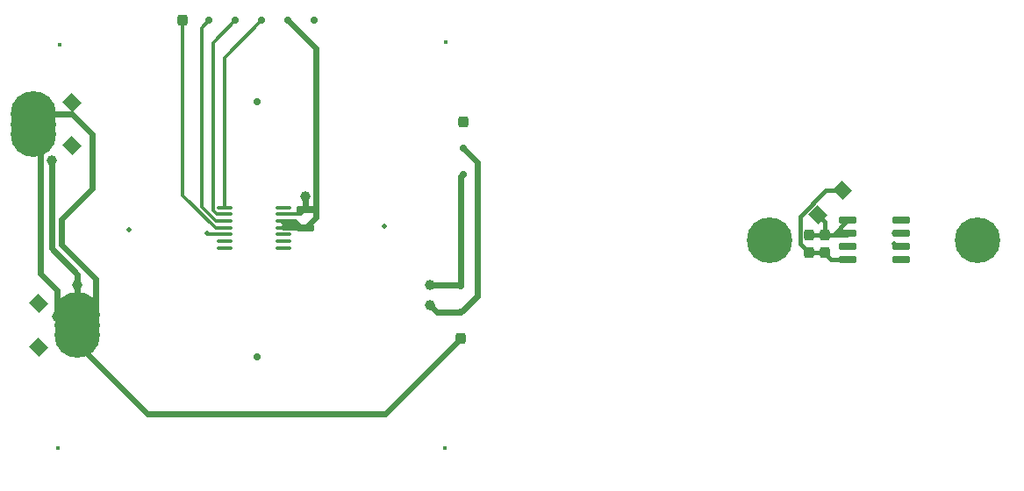
<source format=gbr>
%TF.GenerationSoftware,KiCad,Pcbnew,8.0.1*%
<<<<<<< HEAD
%TF.CreationDate,2024-03-31T21:51:29+08:00*%
=======
%TF.CreationDate,2024-05-01T16:23:50+08:00*%
>>>>>>> 3f97a153d958220e151b39468fc548032aad0f0d
%TF.ProjectId,encoder,656e636f-6465-4722-9e6b-696361645f70,rev?*%
%TF.SameCoordinates,Original*%
%TF.FileFunction,Copper,L1,Top*%
%TF.FilePolarity,Positive*%
%FSLAX46Y46*%
G04 Gerber Fmt 4.6, Leading zero omitted, Abs format (unit mm)*
<<<<<<< HEAD
G04 Created by KiCad (PCBNEW 8.0.1) date 2024-03-31 21:51:29*
=======
G04 Created by KiCad (PCBNEW 8.0.1) date 2024-05-01 16:23:50*
>>>>>>> 3f97a153d958220e151b39468fc548032aad0f0d
%MOMM*%
%LPD*%
G01*
G04 APERTURE LIST*
G04 Aperture macros list*
%AMRoundRect*
0 Rectangle with rounded corners*
0 $1 Rounding radius*
0 $2 $3 $4 $5 $6 $7 $8 $9 X,Y pos of 4 corners*
0 Add a 4 corners polygon primitive as box body*
4,1,4,$2,$3,$4,$5,$6,$7,$8,$9,$2,$3,0*
0 Add four circle primitives for the rounded corners*
1,1,$1+$1,$2,$3*
1,1,$1+$1,$4,$5*
1,1,$1+$1,$6,$7*
1,1,$1+$1,$8,$9*
0 Add four rect primitives between the rounded corners*
20,1,$1+$1,$2,$3,$4,$5,0*
20,1,$1+$1,$4,$5,$6,$7,0*
20,1,$1+$1,$6,$7,$8,$9,0*
20,1,$1+$1,$8,$9,$2,$3,0*%
<<<<<<< HEAD
G04 Aperture macros list end*
%TA.AperFunction,ComponentPad*%
%ADD10R,1.700000X1.700000*%
%TD*%
%TA.AperFunction,ComponentPad*%
%ADD11O,1.700000X1.700000*%
%TD*%
%TA.AperFunction,SMDPad,CuDef*%
%ADD12R,1.710000X0.600000*%
%TD*%
%TA.AperFunction,SMDPad,CuDef*%
%ADD13R,2.550000X1.200000*%
%TD*%
%TA.AperFunction,SMDPad,CuDef*%
%ADD14RoundRect,0.237500X0.237500X-0.300000X0.237500X0.300000X-0.237500X0.300000X-0.237500X-0.300000X0*%
%TD*%
%TA.AperFunction,ComponentPad*%
%ADD15O,4.000000X10.000000*%
%TD*%
%TA.AperFunction,ComponentPad*%
%ADD16O,10.000000X4.000000*%
%TD*%
%TA.AperFunction,ComponentPad*%
%ADD17C,3.400000*%
%TD*%
%TA.AperFunction,ConnectorPad*%
%ADD18C,6.000000*%
%TD*%
%TA.AperFunction,SMDPad,CuDef*%
%ADD19RoundRect,0.100000X-0.637500X-0.100000X0.637500X-0.100000X0.637500X0.100000X-0.637500X0.100000X0*%
%TD*%
%TA.AperFunction,ViaPad*%
%ADD20C,0.500000*%
%TD*%
%TA.AperFunction,ViaPad*%
%ADD21C,1.000000*%
%TD*%
%TA.AperFunction,Conductor*%
%ADD22C,0.300000*%
%TD*%
%TA.AperFunction,Conductor*%
%ADD23C,0.600000*%
%TD*%
G04 APERTURE END LIST*
D10*
%TO.P,J2,1,Pin_1*%
%TO.N,/W*%
X160700000Y-63260000D03*
D11*
%TO.P,J2,2,Pin_2*%
%TO.N,/V*%
X160700000Y-65800000D03*
%TO.P,J2,3,Pin_3*%
%TO.N,/U*%
X160700000Y-68340000D03*
%TD*%
D10*
%TO.P,J3,1,Pin_1*%
%TO.N,/MOSI*%
X133650000Y-53500000D03*
D11*
%TO.P,J3,2,Pin_2*%
%TO.N,/MISO*%
X136190000Y-53500000D03*
%TO.P,J3,3,Pin_3*%
%TO.N,/CLK*%
X138730000Y-53500000D03*
%TO.P,J3,4,Pin_4*%
%TO.N,/CS*%
X141270000Y-53500000D03*
%TO.P,J3,5,Pin_5*%
%TO.N,+3V3*%
X143810000Y-53500000D03*
%TO.P,J3,6,Pin_6*%
%TO.N,GND*%
X146350000Y-53500000D03*
%TD*%
D12*
%TO.P,J6,1,Pin_1*%
%TO.N,/U*%
X119220000Y-64500000D03*
%TO.P,J6,2,Pin_2*%
%TO.N,/V*%
X119220000Y-63500000D03*
%TO.P,J6,3,Pin_3*%
%TO.N,/W*%
X119220000Y-62500000D03*
D13*
%TO.P,J6,4*%
%TO.N,N/C*%
X122960000Y-61390000D03*
%TO.P,J6,5*%
X122960000Y-65610000D03*
%TD*%
D14*
%TO.P,C1,1*%
%TO.N,+3V3*%
X145500000Y-73500000D03*
%TO.P,C1,2*%
%TO.N,GND*%
X145500000Y-71775000D03*
%TD*%
D15*
%TO.P,H2,1*%
%TO.N,N/C*%
X140800000Y-86000000D03*
%TD*%
D16*
%TO.P,H4,1*%
%TO.N,N/C*%
X153100000Y-73400000D03*
%TD*%
D17*
%TO.P,H8,1*%
%TO.N,N/C*%
X159000000Y-55600000D03*
D18*
X159000000Y-55600000D03*
%TD*%
D19*
%TO.P,U1,1,~{CS}*%
%TO.N,/CS*%
X137650000Y-71562500D03*
%TO.P,U1,2,CLK*%
%TO.N,/CLK*%
X137650000Y-72212500D03*
%TO.P,U1,3,MISO*%
%TO.N,/MISO*%
X137650000Y-72862500D03*
%TO.P,U1,4,MOSI*%
%TO.N,/MOSI*%
X137650000Y-73512500D03*
%TO.P,U1,5,TST*%
%TO.N,GND*%
X137650000Y-74162500D03*
%TO.P,U1,6,B*%
%TO.N,unconnected-(U1-B-Pad6)*%
X137650000Y-74812500D03*
%TO.P,U1,7,A*%
%TO.N,unconnected-(U1-A-Pad7)*%
X137650000Y-75462500D03*
%TO.P,U1,8,W/PWM*%
%TO.N,unconnected-(U1-W{slash}PWM-Pad8)*%
X143375000Y-75462500D03*
%TO.P,U1,9,V*%
%TO.N,unconnected-(U1-V-Pad9)*%
X143375000Y-74812500D03*
%TO.P,U1,10,U*%
%TO.N,unconnected-(U1-U-Pad10)*%
X143375000Y-74162500D03*
%TO.P,U1,11,VDD*%
%TO.N,+3V3*%
X143375000Y-73512500D03*
%TO.P,U1,12,VDD3V3*%
X143375000Y-72862500D03*
%TO.P,U1,13,GND*%
%TO.N,GND*%
X143375000Y-72212500D03*
%TO.P,U1,14,I/PWM*%
%TO.N,unconnected-(U1-I{slash}PWM-Pad14)*%
X143375000Y-71562500D03*
%TD*%
D12*
%TO.P,J5,1,Pin_1*%
%TO.N,/U*%
X123480000Y-81900000D03*
%TO.P,J5,2,Pin_2*%
%TO.N,/V*%
X123480000Y-82900000D03*
%TO.P,J5,3,Pin_3*%
%TO.N,/W*%
X123480000Y-83900000D03*
D13*
%TO.P,J5,4*%
%TO.N,N/C*%
X119740000Y-85010000D03*
%TO.P,J5,5*%
X119740000Y-80790000D03*
%TD*%
D15*
%TO.P,H3,1*%
%TO.N,N/C*%
X140800000Y-61375000D03*
%TD*%
D16*
%TO.P,H1,1*%
%TO.N,N/C*%
X128475000Y-73700000D03*
%TD*%
D17*
%TO.P,H5,1*%
%TO.N,N/C*%
X121800000Y-55800000D03*
D18*
X121800000Y-55800000D03*
%TD*%
D17*
%TO.P,H7,1*%
%TO.N,N/C*%
X158900000Y-94800000D03*
D18*
X158900000Y-94800000D03*
%TD*%
D10*
%TO.P,J1,1,Pin_1*%
%TO.N,/W*%
X160475000Y-84225000D03*
D11*
%TO.P,J1,2,Pin_2*%
%TO.N,/V*%
X160475000Y-81685000D03*
%TO.P,J1,3,Pin_3*%
%TO.N,/U*%
X160475000Y-79145000D03*
%TD*%
D17*
%TO.P,H6,1*%
%TO.N,N/C*%
X121600000Y-94800000D03*
D18*
X121600000Y-94800000D03*
%TD*%
D20*
%TO.N,GND*%
X136000000Y-74000000D03*
D21*
X145500000Y-70500000D03*
%TO.N,/V*%
X157500000Y-81000000D03*
X121515000Y-82090000D03*
%TO.N,/U*%
X121000000Y-67000000D03*
X123480000Y-79000000D03*
X119088390Y-65391655D03*
X157500000Y-79000000D03*
%TD*%
D22*
%TO.N,GND*%
X136162500Y-74162500D02*
X136000000Y-74000000D01*
X143375000Y-72212500D02*
X145062500Y-72212500D01*
X145062500Y-72212500D02*
X145500000Y-71775000D01*
D23*
X145500000Y-71775000D02*
X145500000Y-70500000D01*
D22*
X137650000Y-74162500D02*
X136162500Y-74162500D01*
D23*
%TO.N,+3V3*%
X145500000Y-73500000D02*
X146500000Y-72500000D01*
X144450000Y-72912500D02*
X143375000Y-72912500D01*
X145462500Y-73462500D02*
X145000000Y-73462500D01*
X146500000Y-56190000D02*
X143810000Y-53500000D01*
X146500000Y-72500000D02*
X146500000Y-56190000D01*
X145500000Y-73500000D02*
X145462500Y-73462500D01*
X145000000Y-73462500D02*
X143375000Y-73462500D01*
X145000000Y-73462500D02*
X144450000Y-72912500D01*
%TO.N,/W*%
X119420000Y-62500000D02*
X122925000Y-62500000D01*
X153200000Y-91500000D02*
X130248629Y-91500000D01*
X122925000Y-62500000D02*
X124935000Y-64510000D01*
X124935000Y-64510000D02*
X124935000Y-69704466D01*
X125200000Y-83000000D02*
X125200000Y-83635000D01*
X122980000Y-84231371D02*
X122980000Y-83900000D01*
X121975000Y-72664466D02*
X121975000Y-75175000D01*
X124935000Y-69704466D02*
X121975000Y-72664466D01*
X125200000Y-83635000D02*
X124935000Y-83900000D01*
X124935000Y-83900000D02*
X123780000Y-83900000D01*
X125200000Y-78400000D02*
X125200000Y-83000000D01*
X121975000Y-75175000D02*
X125200000Y-78400000D01*
X160475000Y-84225000D02*
X153200000Y-91500000D01*
X130248629Y-91500000D02*
X122980000Y-84231371D01*
%TO.N,/V*%
X120400000Y-63500000D02*
X119420000Y-63500000D01*
X157500000Y-81000000D02*
X158185000Y-81685000D01*
X162050000Y-67150000D02*
X162050000Y-80110000D01*
X120800000Y-65075000D02*
X120800000Y-63900000D01*
X119900000Y-77900000D02*
X119900000Y-65975000D01*
X120800000Y-63900000D02*
X120400000Y-63500000D01*
X123780000Y-82900000D02*
X122325000Y-82900000D01*
X122325000Y-82900000D02*
X123480000Y-82900000D01*
X162050000Y-80110000D02*
X160475000Y-81685000D01*
X160700000Y-65800000D02*
X162050000Y-67150000D01*
X121515000Y-82090000D02*
X121515000Y-79515000D01*
X121515000Y-79515000D02*
X119900000Y-77900000D01*
X122325000Y-82900000D02*
X121515000Y-82090000D01*
X158185000Y-81685000D02*
X160475000Y-81685000D01*
X119900000Y-65975000D02*
X120800000Y-65075000D01*
%TO.N,/U*%
X123480000Y-79000000D02*
X123480000Y-77980000D01*
X160475000Y-68565000D02*
X160700000Y-68340000D01*
X121000000Y-75500000D02*
X121000000Y-67000000D01*
X160330000Y-79000000D02*
X160475000Y-79145000D01*
X157500000Y-79000000D02*
X160330000Y-79000000D01*
X119088390Y-65391655D02*
X119088390Y-64631610D01*
X123480000Y-81900000D02*
X123480000Y-79000000D01*
X119088390Y-64631610D02*
X119220000Y-64500000D01*
X160475000Y-79145000D02*
X160475000Y-68565000D01*
X123480000Y-77980000D02*
X121000000Y-75500000D01*
D22*
%TO.N,/MISO*%
X136855395Y-72862500D02*
X135500000Y-71507105D01*
X135500000Y-54190000D02*
X136190000Y-53500000D01*
X137650000Y-72862500D02*
X136855395Y-72862500D01*
X135500000Y-71507105D02*
X135500000Y-54190000D01*
%TO.N,/MOSI*%
X136798289Y-73512500D02*
X133650000Y-70364211D01*
X137650000Y-73512500D02*
X136798289Y-73512500D01*
X133650000Y-70364211D02*
X133650000Y-53500000D01*
%TO.N,/CS*%
X137650000Y-57120000D02*
X141270000Y-53500000D01*
X137650000Y-71562500D02*
X137650000Y-57120000D01*
%TO.N,/CLK*%
X136912501Y-72212500D02*
X136562500Y-71862499D01*
X137650000Y-72212500D02*
X136912501Y-72212500D01*
X136562500Y-71862499D02*
X136562500Y-55667500D01*
X136562500Y-55667500D02*
X138730000Y-53500000D01*
=======
%AMRotRect*
0 Rectangle, with rotation*
0 The origin of the aperture is its center*
0 $1 length*
0 $2 width*
0 $3 Rotation angle, in degrees counterclockwise*
0 Add horizontal line*
21,1,$1,$2,0,0,$3*%
G04 Aperture macros list end*
%TA.AperFunction,SMDPad,CuDef*%
%ADD10RoundRect,0.237500X-0.237500X0.300000X-0.237500X-0.300000X0.237500X-0.300000X0.237500X0.300000X0*%
%TD*%
%TA.AperFunction,ComponentPad*%
%ADD11C,0.700000*%
%TD*%
%TA.AperFunction,ComponentPad*%
%ADD12C,4.400000*%
%TD*%
%TA.AperFunction,SMDPad,CuDef*%
%ADD13RotRect,1.200000X1.400000X45.000000*%
%TD*%
%TA.AperFunction,SMDPad,CuDef*%
%ADD14RoundRect,0.150000X-0.725000X-0.150000X0.725000X-0.150000X0.725000X0.150000X-0.725000X0.150000X0*%
%TD*%
%TA.AperFunction,ViaPad*%
%ADD15C,0.700000*%
%TD*%
%TA.AperFunction,ViaPad*%
%ADD16C,0.500000*%
%TD*%
%TA.AperFunction,Conductor*%
%ADD17C,0.400000*%
%TD*%
%TA.AperFunction,Conductor*%
%ADD18C,0.250000*%
%TD*%
G04 APERTURE END LIST*
D10*
%TO.P,C3,1*%
%TO.N,+3V3*%
X194100000Y-74200000D03*
%TO.P,C3,2*%
%TO.N,GND*%
X194100000Y-75925000D03*
%TD*%
D11*
%TO.P,H4,1*%
%TO.N,N/C*%
X210300000Y-76350000D03*
X209133274Y-75866726D03*
X211466726Y-75866726D03*
X208650000Y-74700000D03*
D12*
X210300000Y-74700000D03*
D11*
X211950000Y-74700000D03*
X209133274Y-73533274D03*
X211466726Y-73533274D03*
X210300000Y-73050000D03*
%TD*%
D13*
%TO.P,U2,1,1*%
%TO.N,+3V3*%
X194929031Y-72270969D03*
%TO.P,U2,2,2*%
%TO.N,GND*%
X197270969Y-69929031D03*
%TD*%
D11*
%TO.P,H3,1*%
%TO.N,N/C*%
X188650000Y-74700000D03*
X189133274Y-73533274D03*
X189133274Y-75866726D03*
X190300000Y-73050000D03*
D12*
X190300000Y-74700000D03*
D11*
X190300000Y-76350000D03*
X191466726Y-73533274D03*
X191466726Y-75866726D03*
X191950000Y-74700000D03*
%TD*%
D10*
%TO.P,C2,1*%
%TO.N,+3V3*%
X195600000Y-74200000D03*
%TO.P,C2,2*%
%TO.N,GND*%
X195600000Y-75925000D03*
%TD*%
D14*
%TO.P,U1,1,VDD*%
%TO.N,+3V3*%
X197825000Y-72795000D03*
%TO.P,U1,2,MODE*%
X197825000Y-74065000D03*
%TO.P,U1,3,OUT*%
%TO.N,unconnected-(U1-OUT-Pad3)*%
X197825000Y-75335000D03*
%TO.P,U1,4,GND*%
%TO.N,GND*%
X197825000Y-76605000D03*
%TO.P,U1,5,PUSH*%
%TO.N,unconnected-(U1-PUSH-Pad5)*%
X202975000Y-76605000D03*
%TO.P,U1,6,A*%
%TO.N,/MISO*%
X202975000Y-75335000D03*
%TO.P,U1,7,B*%
%TO.N,/CLK*%
X202975000Y-74065000D03*
%TO.P,U1,8,Z*%
%TO.N,/CSN*%
X202975000Y-72795000D03*
%TD*%
D15*
%TO.N,GND*%
X197825000Y-76540000D03*
%TO.N,+3V3*%
X195593998Y-74200000D03*
D16*
%TO.N,/MISO*%
X202300000Y-75039998D03*
%TO.N,/CLK*%
X202300000Y-74065000D03*
%TO.N,/CSN*%
X202893998Y-72795000D03*
%TD*%
D17*
%TO.N,GND*%
X193225000Y-75050000D02*
X194100000Y-75925000D01*
X194100000Y-75925000D02*
X195600000Y-75925000D01*
X197825000Y-76540000D02*
X196215000Y-76540000D01*
X197270969Y-69929031D02*
X195715333Y-69929031D01*
X196215000Y-76540000D02*
X195600000Y-75925000D01*
X193225000Y-72419364D02*
X193225000Y-75050000D01*
X195715333Y-69929031D02*
X193225000Y-72419364D01*
%TO.N,+3V3*%
X195600000Y-72941938D02*
X194929031Y-72270969D01*
X196420000Y-74200000D02*
X197825000Y-72795000D01*
X195600000Y-74200000D02*
X196420000Y-74200000D01*
X195593998Y-74200000D02*
X194100000Y-74200000D01*
X197690000Y-74200000D02*
X197825000Y-74065000D01*
X195600000Y-74200000D02*
X195600000Y-72941938D01*
X195600000Y-74200000D02*
X197690000Y-74200000D01*
D18*
%TO.N,/MISO*%
X202595002Y-75335000D02*
X202975000Y-75335000D01*
X202300000Y-75039998D02*
X202595002Y-75335000D01*
>>>>>>> 3f97a153d958220e151b39468fc548032aad0f0d
%TD*%
M02*

</source>
